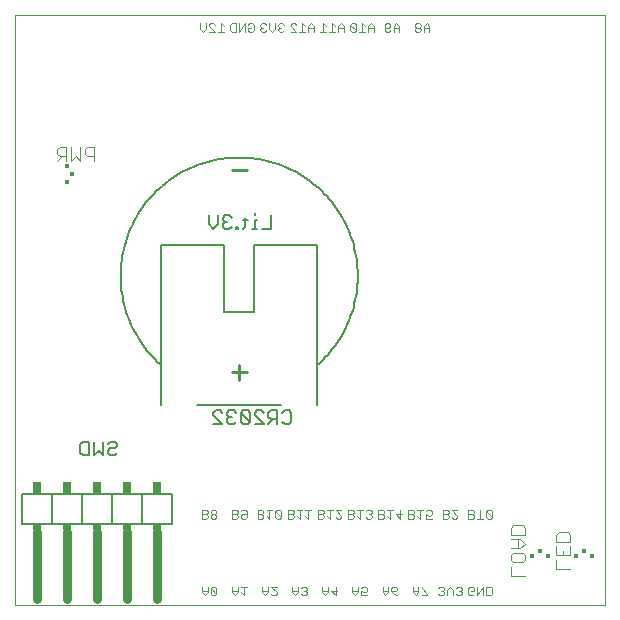
<source format=gbo>
G75*
%MOIN*%
%OFA0B0*%
%FSLAX24Y24*%
%IPPOS*%
%LPD*%
%AMOC8*
5,1,8,0,0,1.08239X$1,22.5*
%
%ADD10C,0.0000*%
%ADD11C,0.0060*%
%ADD12C,0.0300*%
%ADD13R,0.0300X0.0200*%
%ADD14R,0.0300X0.0400*%
%ADD15C,0.0050*%
%ADD16C,0.0100*%
%ADD17R,0.0128X0.0167*%
%ADD18R,0.0138X0.0138*%
%ADD19C,0.0040*%
%ADD20R,0.0167X0.0128*%
%ADD21C,0.0030*%
D10*
X000500Y000500D02*
X000500Y020185D01*
X020185Y020185D01*
X020185Y000500D01*
X000500Y000500D01*
X000500Y020185D01*
X020185Y020185D01*
X020185Y000500D01*
X000500Y000500D01*
D11*
X000756Y003203D02*
X000756Y004203D01*
X001756Y004203D01*
X002756Y004203D01*
X003756Y004203D01*
X004756Y004203D01*
X005756Y004203D01*
X005756Y003203D01*
X004756Y003203D01*
X003756Y003203D01*
X002756Y003203D01*
X001756Y003203D01*
X000756Y003203D01*
X001756Y003203D02*
X001756Y004203D01*
X002756Y004203D02*
X002756Y003203D01*
X003756Y003203D02*
X003756Y004203D01*
X004756Y004203D02*
X004756Y003203D01*
X005380Y007174D02*
X005380Y012524D01*
X007480Y012524D01*
X007480Y010274D01*
X008480Y010274D01*
X008480Y012524D01*
X010580Y012524D01*
X010580Y007174D01*
X009380Y007174D02*
X006580Y007174D01*
X005343Y008533D02*
X005252Y008617D01*
X005163Y008705D01*
X005077Y008795D01*
X004995Y008888D01*
X004915Y008983D01*
X004838Y009081D01*
X004764Y009181D01*
X004693Y009283D01*
X004626Y009388D01*
X004562Y009495D01*
X004501Y009603D01*
X004444Y009714D01*
X004390Y009826D01*
X004340Y009940D01*
X004294Y010055D01*
X004251Y010172D01*
X004212Y010290D01*
X004176Y010409D01*
X004145Y010530D01*
X004117Y010651D01*
X004093Y010773D01*
X004073Y010896D01*
X004056Y011019D01*
X004044Y011143D01*
X004035Y011267D01*
X004031Y011391D01*
X004030Y011516D01*
X004033Y011640D01*
X004041Y011764D01*
X004052Y011888D01*
X004067Y012012D01*
X004086Y012135D01*
X004108Y012257D01*
X004135Y012379D01*
X004165Y012499D01*
X004200Y012619D01*
X004237Y012737D01*
X004279Y012855D01*
X004324Y012970D01*
X004373Y013085D01*
X004426Y013198D01*
X004482Y013309D01*
X004541Y013418D01*
X004604Y013525D01*
X004671Y013631D01*
X004740Y013734D01*
X004813Y013835D01*
X004889Y013933D01*
X004968Y014029D01*
X005050Y014123D01*
X005135Y014214D01*
X005222Y014302D01*
X005313Y014388D01*
X005406Y014470D01*
X005502Y014550D01*
X005600Y014626D01*
X005700Y014700D01*
X005803Y014770D01*
X005908Y014837D01*
X006015Y014900D01*
X006124Y014961D01*
X006234Y015017D01*
X006347Y015071D01*
X006461Y015120D01*
X006576Y015166D01*
X006693Y015209D01*
X006812Y015247D01*
X006931Y015282D01*
X007051Y015313D01*
X007173Y015341D01*
X007295Y015364D01*
X007418Y015384D01*
X007541Y015400D01*
X007665Y015411D01*
X007789Y015419D01*
X007914Y015423D01*
X008038Y015424D01*
X008162Y015420D01*
X008287Y015412D01*
X008410Y015400D01*
X008534Y015385D01*
X008657Y015366D01*
X008779Y015342D01*
X008900Y015315D01*
X009021Y015284D01*
X009140Y015250D01*
X009259Y015211D01*
X009376Y015169D01*
X009492Y015123D01*
X009606Y015074D01*
X009718Y015021D01*
X009829Y014964D01*
X009938Y014904D01*
X010045Y014841D01*
X010150Y014774D01*
X010253Y014704D01*
X010354Y014631D01*
X010452Y014555D01*
X010548Y014476D01*
X010641Y014393D01*
X010732Y014308D01*
X010820Y014220D01*
X010905Y014129D01*
X010987Y014036D01*
X011066Y013940D01*
X011142Y013841D01*
X011215Y013740D01*
X011285Y013637D01*
X011351Y013532D01*
X011414Y013425D01*
X011474Y013316D01*
X011530Y013205D01*
X011583Y013092D01*
X011632Y012978D01*
X011678Y012862D01*
X011720Y012745D01*
X011758Y012627D01*
X011792Y012507D01*
X011823Y012387D01*
X011850Y012265D01*
X011873Y012143D01*
X011892Y012020D01*
X011907Y011896D01*
X011919Y011773D01*
X011926Y011648D01*
X011930Y011524D01*
X011929Y011402D01*
X011925Y011281D01*
X011917Y011159D01*
X011906Y011038D01*
X011891Y010917D01*
X011872Y010797D01*
X011849Y010677D01*
X011822Y010559D01*
X011792Y010441D01*
X011759Y010324D01*
X011722Y010208D01*
X011681Y010093D01*
X011636Y009980D01*
X011589Y009868D01*
X011537Y009757D01*
X011483Y009648D01*
X011425Y009541D01*
X011364Y009436D01*
X011299Y009333D01*
X011232Y009232D01*
X011161Y009132D01*
X011087Y009036D01*
X011011Y008941D01*
X010931Y008849D01*
X010849Y008759D01*
X010764Y008672D01*
X010676Y008587D01*
X010586Y008506D01*
D12*
X005256Y002953D02*
X005256Y000703D01*
X004256Y000703D02*
X004256Y002953D01*
X003256Y002953D02*
X003256Y000703D01*
X002256Y000703D02*
X002256Y002953D01*
X001256Y002953D02*
X001256Y000703D01*
D13*
X001256Y003103D03*
X002256Y003103D03*
X003256Y003103D03*
X004256Y003103D03*
X005256Y003103D03*
D14*
X005256Y004403D03*
X004256Y004403D03*
X003256Y004403D03*
X002256Y004403D03*
X001256Y004403D03*
D15*
X002685Y005578D02*
X002685Y005879D01*
X002760Y005954D01*
X002985Y005954D01*
X002985Y005503D01*
X002760Y005503D01*
X002685Y005578D01*
X003145Y005503D02*
X003145Y005954D01*
X003445Y005954D02*
X003445Y005503D01*
X003295Y005653D01*
X003145Y005503D01*
X003605Y005578D02*
X003681Y005503D01*
X003831Y005503D01*
X003906Y005578D01*
X003831Y005729D02*
X003681Y005729D01*
X003605Y005653D01*
X003605Y005578D01*
X003831Y005729D02*
X003906Y005804D01*
X003906Y005879D01*
X003831Y005954D01*
X003681Y005954D01*
X003605Y005879D01*
X007115Y006549D02*
X007416Y006549D01*
X007115Y006849D01*
X007115Y006924D01*
X007191Y006999D01*
X007341Y006999D01*
X007416Y006924D01*
X007576Y006924D02*
X007576Y006849D01*
X007651Y006774D01*
X007576Y006699D01*
X007576Y006624D01*
X007651Y006549D01*
X007801Y006549D01*
X007876Y006624D01*
X008036Y006624D02*
X008111Y006549D01*
X008261Y006549D01*
X008336Y006624D01*
X008036Y006924D01*
X008036Y006624D01*
X007726Y006774D02*
X007651Y006774D01*
X007576Y006924D02*
X007651Y006999D01*
X007801Y006999D01*
X007876Y006924D01*
X008036Y006924D02*
X008111Y006999D01*
X008261Y006999D01*
X008336Y006924D01*
X008336Y006624D01*
X008497Y006549D02*
X008797Y006549D01*
X008497Y006849D01*
X008497Y006924D01*
X008572Y006999D01*
X008722Y006999D01*
X008797Y006924D01*
X008957Y006924D02*
X008957Y006774D01*
X009032Y006699D01*
X009257Y006699D01*
X009107Y006699D02*
X008957Y006549D01*
X009257Y006549D02*
X009257Y006999D01*
X009032Y006999D01*
X008957Y006924D01*
X009417Y006924D02*
X009492Y006999D01*
X009643Y006999D01*
X009718Y006924D01*
X009718Y006624D01*
X009643Y006549D01*
X009492Y006549D01*
X009417Y006624D01*
X009031Y013049D02*
X008730Y013049D01*
X008570Y013049D02*
X008420Y013049D01*
X008495Y013049D02*
X008495Y013349D01*
X008570Y013349D01*
X008495Y013499D02*
X008495Y013574D01*
X008263Y013349D02*
X008113Y013349D01*
X008188Y013424D02*
X008188Y013124D01*
X008113Y013049D01*
X007956Y013049D02*
X007881Y013049D01*
X007881Y013124D01*
X007956Y013124D01*
X007956Y013049D01*
X007726Y013124D02*
X007651Y013049D01*
X007501Y013049D01*
X007426Y013124D01*
X007426Y013199D01*
X007501Y013274D01*
X007576Y013274D01*
X007501Y013274D02*
X007426Y013349D01*
X007426Y013424D01*
X007501Y013499D01*
X007651Y013499D01*
X007726Y013424D01*
X007266Y013499D02*
X007266Y013199D01*
X007116Y013049D01*
X006965Y013199D01*
X006965Y013499D01*
X009031Y013499D02*
X009031Y013049D01*
D16*
X008230Y015024D02*
X007730Y015024D01*
X007980Y008524D02*
X007980Y008024D01*
X007730Y008274D02*
X008230Y008274D01*
D17*
X017725Y002153D03*
X018267Y002153D03*
X019210Y002153D03*
X019751Y002153D03*
D18*
X019480Y002305D03*
X017996Y002305D03*
X002400Y014870D03*
D19*
X002376Y015319D02*
X002376Y015780D01*
X002222Y015780D02*
X001992Y015780D01*
X001915Y015703D01*
X001915Y015549D01*
X001992Y015473D01*
X002222Y015473D01*
X002069Y015473D02*
X001915Y015319D01*
X002222Y015319D02*
X002222Y015780D01*
X002529Y015473D02*
X002376Y015319D01*
X002529Y015473D02*
X002683Y015319D01*
X002683Y015780D01*
X002836Y015703D02*
X002836Y015549D01*
X002913Y015473D01*
X003143Y015473D01*
X003143Y015319D02*
X003143Y015780D01*
X002913Y015780D01*
X002836Y015703D01*
X017048Y003085D02*
X017048Y002854D01*
X017508Y002854D01*
X017508Y003085D01*
X017431Y003161D01*
X017124Y003161D01*
X017048Y003085D01*
X017048Y002701D02*
X017354Y002701D01*
X017508Y002547D01*
X017354Y002394D01*
X017048Y002394D01*
X017124Y002241D02*
X017431Y002241D01*
X017508Y002164D01*
X017508Y002010D01*
X017431Y001934D01*
X017124Y001934D01*
X017048Y002010D01*
X017048Y002164D01*
X017124Y002241D01*
X017278Y002394D02*
X017278Y002701D01*
X017048Y001780D02*
X017048Y001473D01*
X017508Y001473D01*
X018551Y001703D02*
X018551Y002010D01*
X018551Y002164D02*
X018551Y002471D01*
X018551Y002624D02*
X018551Y002854D01*
X018628Y002931D01*
X018935Y002931D01*
X019012Y002854D01*
X019012Y002624D01*
X018551Y002624D01*
X018782Y002317D02*
X018782Y002164D01*
X019012Y002164D02*
X018551Y002164D01*
X018551Y001703D02*
X019012Y001703D01*
X019012Y002164D02*
X019012Y002471D01*
D20*
X002247Y014599D03*
X002247Y015141D03*
D21*
X006776Y019609D02*
X006680Y019706D01*
X006680Y019900D01*
X006873Y019900D02*
X006873Y019706D01*
X006776Y019609D01*
X006974Y019609D02*
X007168Y019609D01*
X006974Y019803D01*
X006974Y019851D01*
X007023Y019900D01*
X007119Y019900D01*
X007168Y019851D01*
X007366Y019900D02*
X007366Y019609D01*
X007462Y019609D02*
X007269Y019609D01*
X007462Y019803D02*
X007366Y019900D01*
X007684Y019851D02*
X007732Y019900D01*
X007877Y019900D01*
X007877Y019609D01*
X007732Y019609D01*
X007684Y019658D01*
X007684Y019851D01*
X007978Y019900D02*
X007978Y019609D01*
X008172Y019900D01*
X008172Y019609D01*
X008273Y019658D02*
X008273Y019755D01*
X008370Y019755D01*
X008466Y019851D02*
X008466Y019658D01*
X008418Y019609D01*
X008321Y019609D01*
X008273Y019658D01*
X008273Y019851D02*
X008321Y019900D01*
X008418Y019900D01*
X008466Y019851D01*
X008687Y019851D02*
X008687Y019803D01*
X008736Y019755D01*
X008687Y019706D01*
X008687Y019658D01*
X008736Y019609D01*
X008833Y019609D01*
X008881Y019658D01*
X008982Y019706D02*
X008982Y019900D01*
X008881Y019851D02*
X008833Y019900D01*
X008736Y019900D01*
X008687Y019851D01*
X008736Y019755D02*
X008784Y019755D01*
X008982Y019706D02*
X009079Y019609D01*
X009176Y019706D01*
X009176Y019900D01*
X009277Y019851D02*
X009325Y019900D01*
X009422Y019900D01*
X009470Y019851D01*
X009374Y019755D02*
X009325Y019755D01*
X009277Y019706D01*
X009277Y019658D01*
X009325Y019609D01*
X009422Y019609D01*
X009470Y019658D01*
X009325Y019755D02*
X009277Y019803D01*
X009277Y019851D01*
X009691Y019851D02*
X009740Y019900D01*
X009837Y019900D01*
X009885Y019851D01*
X009691Y019851D02*
X009691Y019803D01*
X009885Y019609D01*
X009691Y019609D01*
X009986Y019609D02*
X010180Y019609D01*
X010083Y019609D02*
X010083Y019900D01*
X010180Y019803D01*
X010281Y019803D02*
X010281Y019609D01*
X010281Y019755D02*
X010474Y019755D01*
X010474Y019803D02*
X010377Y019900D01*
X010281Y019803D01*
X010474Y019803D02*
X010474Y019609D01*
X010676Y019609D02*
X010869Y019609D01*
X010772Y019609D02*
X010772Y019900D01*
X010869Y019803D01*
X010970Y019609D02*
X011164Y019609D01*
X011067Y019609D02*
X011067Y019900D01*
X011164Y019803D01*
X011265Y019803D02*
X011265Y019609D01*
X011265Y019755D02*
X011458Y019755D01*
X011458Y019803D02*
X011362Y019900D01*
X011265Y019803D01*
X011458Y019803D02*
X011458Y019609D01*
X011680Y019658D02*
X011680Y019851D01*
X011873Y019658D01*
X011825Y019609D01*
X011728Y019609D01*
X011680Y019658D01*
X011873Y019658D02*
X011873Y019851D01*
X011825Y019900D01*
X011728Y019900D01*
X011680Y019851D01*
X011974Y019609D02*
X012168Y019609D01*
X012071Y019609D02*
X012071Y019900D01*
X012168Y019803D01*
X012269Y019803D02*
X012269Y019609D01*
X012269Y019755D02*
X012462Y019755D01*
X012462Y019803D02*
X012366Y019900D01*
X012269Y019803D01*
X012462Y019803D02*
X012462Y019609D01*
X012831Y019658D02*
X012831Y019851D01*
X012879Y019900D01*
X012976Y019900D01*
X013024Y019851D01*
X013024Y019803D01*
X012976Y019755D01*
X012831Y019755D01*
X012831Y019658D02*
X012879Y019609D01*
X012976Y019609D01*
X013024Y019658D01*
X013126Y019609D02*
X013126Y019803D01*
X013222Y019900D01*
X013319Y019803D01*
X013319Y019609D01*
X013319Y019755D02*
X013126Y019755D01*
X013835Y019803D02*
X013883Y019755D01*
X013980Y019755D01*
X014028Y019803D01*
X014028Y019851D01*
X013980Y019900D01*
X013883Y019900D01*
X013835Y019851D01*
X013835Y019803D01*
X013883Y019755D02*
X013835Y019706D01*
X013835Y019658D01*
X013883Y019609D01*
X013980Y019609D01*
X014028Y019658D01*
X014028Y019706D01*
X013980Y019755D01*
X014129Y019755D02*
X014323Y019755D01*
X014323Y019803D02*
X014226Y019900D01*
X014129Y019803D01*
X014129Y019609D01*
X014323Y019609D02*
X014323Y019803D01*
X014351Y003679D02*
X014254Y003679D01*
X014206Y003631D01*
X014206Y003534D02*
X014302Y003486D01*
X014351Y003486D01*
X014399Y003534D01*
X014399Y003631D01*
X014351Y003679D01*
X014206Y003534D02*
X014206Y003389D01*
X014399Y003389D01*
X014008Y003389D02*
X014008Y003679D01*
X014104Y003679D02*
X013911Y003679D01*
X013810Y003631D02*
X013761Y003679D01*
X013616Y003679D01*
X013616Y003389D01*
X013761Y003389D01*
X013810Y003437D01*
X013810Y003486D01*
X013761Y003534D01*
X013616Y003534D01*
X013761Y003534D02*
X013810Y003582D01*
X013810Y003631D01*
X013911Y003486D02*
X014008Y003389D01*
X013395Y003534D02*
X013202Y003534D01*
X013347Y003389D01*
X013347Y003679D01*
X013101Y003679D02*
X012907Y003679D01*
X013004Y003679D02*
X013004Y003389D01*
X012907Y003486D01*
X012806Y003486D02*
X012758Y003534D01*
X012612Y003534D01*
X012612Y003679D02*
X012612Y003389D01*
X012758Y003389D01*
X012806Y003437D01*
X012806Y003486D01*
X012758Y003534D02*
X012806Y003582D01*
X012806Y003631D01*
X012758Y003679D01*
X012612Y003679D01*
X012391Y003631D02*
X012343Y003679D01*
X012246Y003679D01*
X012198Y003631D01*
X012097Y003679D02*
X011903Y003679D01*
X012000Y003679D02*
X012000Y003389D01*
X011903Y003486D01*
X011802Y003486D02*
X011754Y003534D01*
X011608Y003534D01*
X011608Y003679D02*
X011608Y003389D01*
X011754Y003389D01*
X011802Y003437D01*
X011802Y003486D01*
X011754Y003534D02*
X011802Y003582D01*
X011802Y003631D01*
X011754Y003679D01*
X011608Y003679D01*
X011387Y003679D02*
X011194Y003679D01*
X011387Y003486D01*
X011387Y003437D01*
X011339Y003389D01*
X011242Y003389D01*
X011194Y003437D01*
X010996Y003389D02*
X010996Y003679D01*
X010899Y003679D02*
X011093Y003679D01*
X010899Y003486D02*
X010996Y003389D01*
X010798Y003437D02*
X010798Y003486D01*
X010750Y003534D01*
X010605Y003534D01*
X010750Y003534D02*
X010798Y003582D01*
X010798Y003631D01*
X010750Y003679D01*
X010605Y003679D01*
X010605Y003389D01*
X010750Y003389D01*
X010798Y003437D01*
X010383Y003679D02*
X010190Y003679D01*
X010287Y003679D02*
X010287Y003389D01*
X010190Y003486D01*
X010089Y003679D02*
X009895Y003679D01*
X009992Y003679D02*
X009992Y003389D01*
X009895Y003486D01*
X009794Y003486D02*
X009746Y003534D01*
X009601Y003534D01*
X009746Y003534D02*
X009794Y003582D01*
X009794Y003631D01*
X009746Y003679D01*
X009601Y003679D01*
X009601Y003389D01*
X009746Y003389D01*
X009794Y003437D01*
X009794Y003486D01*
X009379Y003437D02*
X009186Y003631D01*
X009234Y003679D01*
X009331Y003679D01*
X009379Y003631D01*
X009379Y003437D01*
X009331Y003389D01*
X009234Y003389D01*
X009186Y003437D01*
X009186Y003631D01*
X009085Y003679D02*
X008891Y003679D01*
X008988Y003679D02*
X008988Y003389D01*
X008891Y003486D01*
X008790Y003486D02*
X008742Y003534D01*
X008597Y003534D01*
X008742Y003534D02*
X008790Y003582D01*
X008790Y003631D01*
X008742Y003679D01*
X008597Y003679D01*
X008597Y003389D01*
X008742Y003389D01*
X008790Y003437D01*
X008790Y003486D01*
X008228Y003534D02*
X008083Y003534D01*
X008035Y003486D01*
X008035Y003437D01*
X008083Y003389D01*
X008180Y003389D01*
X008228Y003437D01*
X008228Y003631D01*
X008180Y003679D01*
X008083Y003679D01*
X008035Y003631D01*
X007934Y003631D02*
X007885Y003679D01*
X007740Y003679D01*
X007740Y003389D01*
X007885Y003389D01*
X007934Y003437D01*
X007934Y003486D01*
X007885Y003534D01*
X007740Y003534D01*
X007885Y003534D02*
X007934Y003582D01*
X007934Y003631D01*
X007224Y003631D02*
X007176Y003679D01*
X007079Y003679D01*
X007031Y003631D01*
X007031Y003582D01*
X007079Y003534D01*
X007176Y003534D01*
X007224Y003582D01*
X007224Y003631D01*
X007176Y003534D02*
X007224Y003486D01*
X007224Y003437D01*
X007176Y003389D01*
X007079Y003389D01*
X007031Y003437D01*
X007031Y003486D01*
X007079Y003534D01*
X006930Y003582D02*
X006930Y003631D01*
X006881Y003679D01*
X006736Y003679D01*
X006736Y003389D01*
X006881Y003389D01*
X006930Y003437D01*
X006930Y003486D01*
X006881Y003534D01*
X006736Y003534D01*
X006881Y003534D02*
X006930Y003582D01*
X006930Y001120D02*
X006930Y000926D01*
X006833Y000830D01*
X006736Y000926D01*
X006736Y001120D01*
X006736Y000975D02*
X006930Y000975D01*
X007031Y001072D02*
X007031Y000878D01*
X007079Y000830D01*
X007176Y000830D01*
X007224Y000878D01*
X007031Y001072D01*
X007079Y001120D01*
X007176Y001120D01*
X007224Y001072D01*
X007224Y000878D01*
X007740Y000926D02*
X007837Y000830D01*
X007934Y000926D01*
X007934Y001120D01*
X008035Y001120D02*
X008228Y001120D01*
X008131Y001120D02*
X008131Y000830D01*
X008035Y000926D01*
X007934Y000975D02*
X007740Y000975D01*
X007740Y000926D02*
X007740Y001120D01*
X008744Y001120D02*
X008744Y000926D01*
X008841Y000830D01*
X008937Y000926D01*
X008937Y001120D01*
X009039Y001120D02*
X009232Y000926D01*
X009232Y000878D01*
X009184Y000830D01*
X009087Y000830D01*
X009039Y000878D01*
X008937Y000975D02*
X008744Y000975D01*
X009039Y001120D02*
X009232Y001120D01*
X009748Y001120D02*
X009748Y000926D01*
X009845Y000830D01*
X009941Y000926D01*
X009941Y001120D01*
X010043Y001072D02*
X010091Y001120D01*
X010188Y001120D01*
X010236Y001072D01*
X010236Y001023D01*
X010188Y000975D01*
X010139Y000975D01*
X010188Y000975D02*
X010236Y000926D01*
X010236Y000878D01*
X010188Y000830D01*
X010091Y000830D01*
X010043Y000878D01*
X009941Y000975D02*
X009748Y000975D01*
X010752Y000975D02*
X010945Y000975D01*
X010945Y000926D02*
X010945Y001120D01*
X011046Y000975D02*
X011240Y000975D01*
X011192Y001120D02*
X011192Y000830D01*
X011046Y000975D01*
X010945Y000926D02*
X010849Y000830D01*
X010752Y000926D01*
X010752Y001120D01*
X011756Y001120D02*
X011756Y000926D01*
X011853Y000830D01*
X011949Y000926D01*
X011949Y001120D01*
X012050Y001072D02*
X012099Y001120D01*
X012196Y001120D01*
X012244Y001072D01*
X012244Y000975D01*
X012196Y000926D01*
X012147Y000926D01*
X012050Y000975D01*
X012050Y000830D01*
X012244Y000830D01*
X011949Y000975D02*
X011756Y000975D01*
X012760Y000975D02*
X012953Y000975D01*
X012953Y000926D02*
X012953Y001120D01*
X013054Y001072D02*
X013054Y000975D01*
X013199Y000975D01*
X013248Y001023D01*
X013248Y001072D01*
X013199Y001120D01*
X013103Y001120D01*
X013054Y001072D01*
X013054Y000975D02*
X013151Y000878D01*
X013248Y000830D01*
X012953Y000926D02*
X012856Y000830D01*
X012760Y000926D01*
X012760Y001120D01*
X013764Y001120D02*
X013764Y000926D01*
X013860Y000830D01*
X013957Y000926D01*
X013957Y001120D01*
X014058Y001120D02*
X014058Y001072D01*
X014252Y000878D01*
X014252Y000830D01*
X014058Y000830D01*
X013957Y000975D02*
X013764Y000975D01*
X014620Y001072D02*
X014669Y001120D01*
X014765Y001120D01*
X014814Y001072D01*
X014814Y001023D01*
X014765Y000975D01*
X014717Y000975D01*
X014765Y000975D02*
X014814Y000926D01*
X014814Y000878D01*
X014765Y000830D01*
X014669Y000830D01*
X014620Y000878D01*
X014915Y000830D02*
X014915Y001023D01*
X015012Y001120D01*
X015108Y001023D01*
X015108Y000830D01*
X015210Y000878D02*
X015258Y000830D01*
X015355Y000830D01*
X015403Y000878D01*
X015403Y000926D01*
X015355Y000975D01*
X015403Y001023D01*
X015403Y001072D01*
X015355Y001120D01*
X015258Y001120D01*
X015210Y001072D01*
X015306Y000975D02*
X015355Y000975D01*
X015624Y001072D02*
X015673Y001120D01*
X015769Y001120D01*
X015818Y001072D01*
X015818Y000975D01*
X015721Y000975D01*
X015624Y000878D02*
X015624Y001072D01*
X015624Y000878D02*
X015673Y000830D01*
X015769Y000830D01*
X015818Y000878D01*
X015919Y000830D02*
X015919Y001120D01*
X016112Y001120D02*
X015919Y000830D01*
X016112Y000830D02*
X016112Y001120D01*
X016214Y001120D02*
X016359Y001120D01*
X016407Y001072D01*
X016407Y000878D01*
X016359Y000830D01*
X016214Y000830D01*
X016214Y001120D01*
X016262Y003389D02*
X016214Y003437D01*
X016214Y003631D01*
X016407Y003437D01*
X016407Y003631D01*
X016359Y003679D01*
X016262Y003679D01*
X016214Y003631D01*
X016016Y003679D02*
X016016Y003389D01*
X016112Y003389D02*
X015919Y003389D01*
X015818Y003437D02*
X015818Y003486D01*
X015769Y003534D01*
X015624Y003534D01*
X015624Y003679D02*
X015624Y003389D01*
X015769Y003389D01*
X015818Y003437D01*
X015769Y003534D02*
X015818Y003582D01*
X015818Y003631D01*
X015769Y003679D01*
X015624Y003679D01*
X015256Y003679D02*
X015062Y003679D01*
X015256Y003486D01*
X015256Y003437D01*
X015207Y003389D01*
X015111Y003389D01*
X015062Y003437D01*
X014961Y003437D02*
X014961Y003486D01*
X014913Y003534D01*
X014768Y003534D01*
X014913Y003534D02*
X014961Y003582D01*
X014961Y003631D01*
X014913Y003679D01*
X014768Y003679D01*
X014768Y003389D01*
X014913Y003389D01*
X014961Y003437D01*
X016262Y003389D02*
X016359Y003389D01*
X016407Y003437D01*
X012391Y003437D02*
X012391Y003486D01*
X012343Y003534D01*
X012391Y003582D01*
X012391Y003631D01*
X012343Y003534D02*
X012295Y003534D01*
X012391Y003437D02*
X012343Y003389D01*
X012246Y003389D01*
X012198Y003437D01*
M02*

</source>
